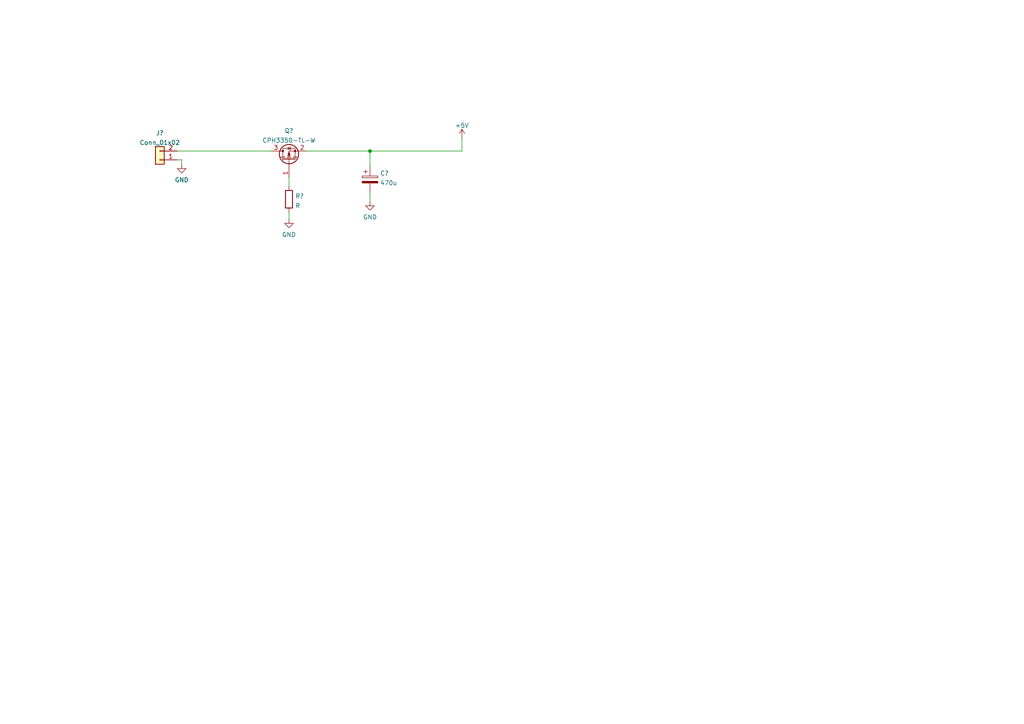
<source format=kicad_sch>
(kicad_sch (version 20211123) (generator eeschema)
  (paper "A4")
  (lib_symbols
    (symbol "Connector_Generic:Conn_01x02" (pin_names (offset 1.016) hide)
      (property "Reference" "J" (at 0 2.54 0))
      (property "Value" "Conn_01x02" (at 0 -5.08 0))
      (symbol "Conn_01x02_1_1"
        (rectangle (start -1.27 -2.413) (end 0 -2.667) (stroke (width 0.1524)))
        (rectangle (start -1.27 0.127) (end 0 -0.127) (stroke (width 0.1524)))
        (rectangle (start -1.27 1.27) (end 1.27 -3.81) (stroke (width 0.254)) (fill (type background)))
        (pin passive line (at -5.08 0 0) (length 3.81) (name "Pin_1") (number "1"))
        (pin passive line (at -5.08 -2.54 0) (length 3.81) (name "Pin_2") (number "2"))
      )
    )
    (symbol "Device:C_Polarized" (pin_numbers hide) (pin_names (offset 0.254))
      (property "Reference" "C" (at 0.635 2.54 0))
      (property "Value" "C_Polarized" (at 0.635 -2.54 0))
      (symbol "C_Polarized_0_1"
        (rectangle (start -2.286 0.508) (end 2.286 1.016))
        (polyline (pts (xy -1.778 2.286) (xy -0.762 2.286)))
        (polyline (pts (xy -1.27 2.794) (xy -1.27 1.778)))
        (rectangle (start 2.286 -0.508) (end -2.286 -1.016) (fill (type outline)))
      )
      (symbol "C_Polarized_1_1"
        (pin passive line (at 0 3.81 270) (length 2.794) (name "~") (number "1"))
        (pin passive line (at 0 -3.81 90) (length 2.794) (name "~") (number "2"))
      )
    )
    (symbol "Device:Q_PMOS_GSD" (pin_names (offset 0) hide)
      (property "Reference" "Q" (at 5.08 1.27 0))
      (property "Value" "Q_PMOS_GSD" (at 5.08 -1.27 0))
      (symbol "Q_PMOS_GSD_0_1"
        (polyline (pts (xy 0.254 0) (xy -2.54 0)))
        (polyline (pts (xy 0.254 1.905) (xy 0.254 -1.905)) (stroke (width 0.254)))
        (polyline (pts (xy 0.762 -1.27) (xy 0.762 -2.286)) (stroke (width 0.254)))
        (polyline (pts (xy 0.762 0.508) (xy 0.762 -0.508)) (stroke (width 0.254)))
        (polyline (pts (xy 0.762 2.286) (xy 0.762 1.27)) (stroke (width 0.254)))
        (polyline (pts (xy 2.54 2.54) (xy 2.54 1.778)))
        (polyline (pts (xy 2.54 -2.54) (xy 2.54 0) (xy 0.762 0)))
        (polyline (pts (xy 0.762 1.778) (xy 3.302 1.778) (xy 3.302 -1.778) (xy 0.762 -1.778)))
        (polyline (pts (xy 2.286 0) (xy 1.27 0.381) (xy 1.27 -0.381) (xy 2.286 0)) (fill (type outline)))
        (polyline (pts (xy 2.794 -0.508) (xy 2.921 -0.381) (xy 3.683 -0.381) (xy 3.81 -0.254)))
        (polyline (pts (xy 3.302 -0.381) (xy 2.921 0.254) (xy 3.683 0.254) (xy 3.302 -0.381)))
        (circle (center 1.651 0) (radius 2.794) (stroke (width 0.254)))
        (circle (center 2.54 -1.778) (radius 0.254) (fill (type outline)))
        (circle (center 2.54 1.778) (radius 0.254) (fill (type outline)))
      )
      (symbol "Q_PMOS_GSD_1_1"
        (pin input line (at -5.08 0 0) (length 2.54) (name "G") (number "1"))
        (pin passive line (at 2.54 -5.08 90) (length 2.54) (name "S") (number "2"))
        (pin passive line (at 2.54 5.08 270) (length 2.54) (name "D") (number "3"))
      )
    )
    (symbol "Device:R" (pin_numbers hide) (pin_names (offset 0))
      (property "Reference" "R" (at 2.032 0 90))
      (property "Value" "R" (at 0 0 90))
      (symbol "R_0_1"
        (rectangle (start -1.016 -2.54) (end 1.016 2.54) (stroke (width 0.254)))
      )
      (symbol "R_1_1"
        (pin passive line (at 0 3.81 270) (length 1.27) (name "~") (number "1"))
        (pin passive line (at 0 -3.81 90) (length 1.27) (name "~") (number "2"))
      )
    )
    (symbol "power:+5V" (power) (pin_names (offset 0))
      (property "Value" "+5V" (at 0 3.556 0))
      (symbol "+5V_0_1"
        (polyline (pts (xy -0.762 1.27) (xy 0 2.54)))
        (polyline (pts (xy 0 0) (xy 0 2.54)))
        (polyline (pts (xy 0 2.54) (xy 0.762 1.27)))
      )
      (symbol "+5V_1_1"
        (pin power_in line (at 0 0 90) (length 0) hide (name "+5V") (number "1"))
      )
    )
    (symbol "power:GND" (power) (pin_names (offset 0))
      (property "Value" "GND" (at 0 -3.81 0))
      (symbol "GND_0_1"
        (polyline (pts (xy 0 0) (xy 0 -1.27) (xy 1.27 -1.27) (xy 0 -2.54) (xy -1.27 -1.27) (xy 0 -1.27)))
      )
      (symbol "GND_1_1"
        (pin power_in line (at 0 0 270) (length 0) hide (name "GND") (number "1"))
      )
    )
  )
  (junction (at 107.315 43.815))
  (wire (pts (xy 133.985 40.005) (xy 133.985 43.815)))
  (wire (pts (xy 107.315 55.88) (xy 107.315 58.42)))
  (wire (pts (xy 83.82 61.595) (xy 83.82 63.5)))
  (wire (pts (xy 88.9 43.815) (xy 107.315 43.815)))
  (wire (pts (xy 52.705 46.355) (xy 51.435 46.355)))
  (wire (pts (xy 107.315 43.815) (xy 133.985 43.815)))
  (wire (pts (xy 107.315 43.815) (xy 107.315 48.26)))
  (wire (pts (xy 83.82 51.435) (xy 83.82 53.975)))
  (wire (pts (xy 51.435 43.815) (xy 78.74 43.815)))
  (wire (pts (xy 52.705 47.625) (xy 52.705 46.355)))
  (symbol (lib_id "Connector_Generic:Conn_01x02") (at 46.355 46.355 180) (unit 1)
    (property "Reference" "J?" (at 46.355 38.5785 0))
    (property "Value" "Conn_01x02" (at 46.355 41.3536 0))
  )
  (symbol (lib_id "Device:Q_PMOS_GSD") (at 83.82 46.355 90) (unit 1)
    (property "Reference" "Q?" (at 83.82 37.9435 90))
    (property "Value" "CPH3350-TL-W" (at 83.82 40.7186 90))
    (property "Footprint" "Package_TO_SOT_SMD:SOT-23_Handsoldering" (effects hide))
  )
  (symbol (lib_id "power:+5V") (at 133.985 40.005 0) (unit 1)
    (property "Reference" "#PWR?" (effects hide))
    (property "Value" "+5V" (at 133.985 36.4005 0))
  )
  (symbol (lib_id "power:GND") (at 107.315 58.42 0) (unit 1)
    (property "Reference" "#PWR?" (effects hide))
    (property "Value" "GND" (at 107.315 62.9825 0))
  )
  (symbol (lib_id "power:GND") (at 83.82 63.5 0) (unit 1)
    (property "Reference" "#PWR?" (effects hide))
    (property "Value" "GND" (at 83.82 68.0625 0))
  )
  (symbol (lib_id "Device:C_Polarized") (at 107.315 52.07 0) (unit 1)
    (property "Reference" "C?" (at 110.236 50.2725 0) (effects (justify left)))
    (property "Value" "470u" (at 110.236 53.0476 0) (effects (justify left)))
    (property "Footprint" "Capacitor_SMD:CP_Elec_10x10.5" (effects hide))
  )
  (symbol (lib_id "power:GND") (at 52.705 47.625 0) (unit 1)
    (property "Reference" "#PWR?" (effects hide))
    (property "Value" "GND" (at 52.705 52.1875 0))
  )
  (symbol (lib_id "Device:R") (at 83.82 57.785 0) (unit 1)
    (property "Reference" "R?" (at 85.598 56.8765 0) (effects (justify left)))
    (property "Value" "R" (at 85.598 59.6516 0) (effects (justify left)))
    (property "Footprint" "Resistor_SMD:R_0603_1608Metric_Pad0.98x0.95mm_HandSolder" (effects hide))
  )
)
</source>
